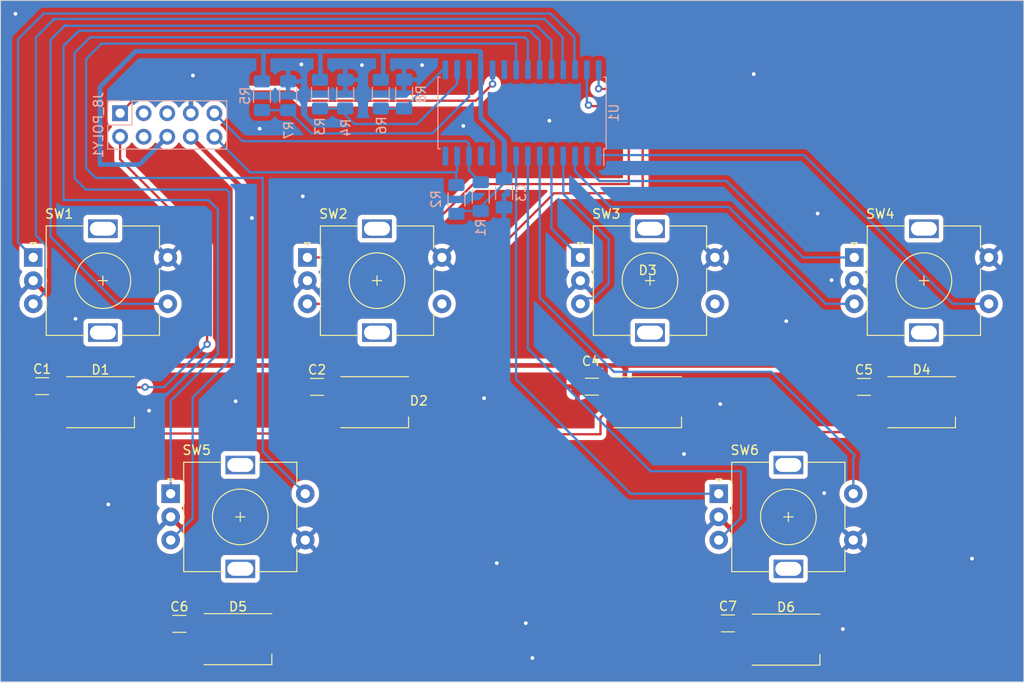
<source format=kicad_pcb>
(kicad_pcb (version 20221018) (generator pcbnew)
  (layers (0 "F.Cu" signal) (31 "B.Cu" signal) (34 "B.Paste" user) (35 "F.Paste" user) (36 "B.SilkS" user "B.Silkscreen") (37 "F.SilkS" user "F.Silkscreen") (38 "B.Mask" user) (39 "F.Mask" user) (44 "Edge.Cuts" user))
  (net 0 "")
  (net 1 "GND")
  (net 2 "LED_POWER")
  (net 3 "VCC")
  (net 4 "LED_DATA_IN")
  (net 5 "Net-(D1-DOUT)")
  (net 6 "Net-(D2-DOUT)")
  (net 7 "Net-(D3-DOUT)")
  (net 8 "Net-(D4-DOUT)")
  (net 9 "Net-(D5-DOUT)")
  (net 11 "MCP23017_IRQ")
  (net 15 "SCK")
  (net 16 "SDA")
  (net 17 "Net-(U1-A1)")
  (net 18 "Net-(U1-A2)")
  (net 19 "Net-(U1-A0)")
  (net 20 "R1_A")
  (net 21 "R1_B")
  (net 22 "SW_1")
  (net 23 "R2_A")
  (net 24 "R2_B")
  (net 25 "R3_A")
  (net 26 "R3_B")
  (net 27 "R4_A")
  (net 28 "R4_B")
  (net 29 "SW_4")
  (net 30 "R5_A")
  (net 31 "R5_B")
  (net 32 "R6_A")
  (net 33 "R6_B")
  (net 39 "SW_5")
  (net 40 "SW_6")
  (footprint "LED_SMD:LED_SK6812_PLCC4_5.0x5.0mm_P3.2mm" (layer "F.Cu") (at 100.0506 79.883)
    (fp_text reference "D1" (at 0 -3.5) (layer "F.SilkS"))
    (fp_text value "SK6812")
    (pad "1" smd rect (at 2.45 1.6) (size 1.5 1) (layers "F.Cu" "F.Paste" "F.Mask") (net 1 "GND"))
    (pad "2" smd rect (at 2.45 -1.6) (size 1.5 1) (layers "F.Cu" "F.Paste" "F.Mask") (net 4 "LED_DATA_IN"))
    (pad "3" smd rect (at -2.45 -1.6) (size 1.5 1) (layers "F.Cu" "F.Paste" "F.Mask") (net 2 "LED_POWER"))
    (pad "4" smd rect (at -2.45 1.6) (size 1.5 1) (layers "F.Cu" "F.Paste" "F.Mask") (net 5 "Net-(D1-DOUT)"))
  )
  (footprint "Capacitor_SMD:C_1206_3216Metric_Pad1.33x1.80mm_HandSolder" (layer "F.Cu") (at 108.5465 103.7844)
    (fp_text reference "C6" (at 0 -1.85) (layer "F.SilkS"))
    (fp_text value "100n")
    (pad "1" smd roundrect (at -1.5625 0) (size 1.325 1.8) (layers "F.Cu" "F.Paste" "F.Mask") (roundrect_rratio 0.1886792453) (net 1 "GND"))
    (pad "2" smd roundrect (at 1.5625 0) (size 1.325 1.8) (layers "F.Cu" "F.Paste" "F.Mask") (roundrect_rratio 0.1886792453) (net 2 "LED_POWER"))
  )
  (footprint "LED_SMD:LED_SK6812_PLCC4_5.0x5.0mm_P3.2mm" (layer "F.Cu") (at 114.8588 105.4354)
    (fp_text reference "D5" (at 0 -3.5) (layer "F.SilkS"))
    (fp_text value "SK6812")
    (pad "1" smd rect (at 2.45 1.6) (size 1.5 1) (layers "F.Cu" "F.Paste" "F.Mask") (net 1 "GND"))
    (pad "2" smd rect (at 2.45 -1.6) (size 1.5 1) (layers "F.Cu" "F.Paste" "F.Mask") (net 8 "Net-(D4-DOUT)"))
    (pad "3" smd rect (at -2.45 -1.6) (size 1.5 1) (layers "F.Cu" "F.Paste" "F.Mask") (net 2 "LED_POWER"))
    (pad "4" smd rect (at -2.45 1.6) (size 1.5 1) (layers "F.Cu" "F.Paste" "F.Mask") (net 9 "Net-(D5-DOUT)"))
  )
  (footprint "Rotary_Encoder:RotaryEncoder_Alps_EC11E-Switch_Vertical_H20mm" (layer "F.Cu") (at 166.6638 89.7528)
    (fp_text reference "SW6" (at 2.8 -4.7) (layer "F.SilkS"))
    (fp_text value "RotaryEncoder_Switch")
    (pad "A" thru_hole rect (at 0 0) (size 2 2) (drill 1) (layers "*.Cu" "*.Mask") (net 32 "R6_A"))
    (pad "B" thru_hole circle (at 0 5) (size 2 2) (drill 1) (layers "*.Cu" "*.Mask") (net 33 "R6_B"))
    (pad "C" thru_hole circle (at 0 2.5) (size 2 2) (drill 1) (layers "*.Cu" "*.Mask") (net 1 "GND"))
    (pad "MP" thru_hole rect (at 7.5 -3.1) (size 3.2 2) (drill oval 2.8 1.5) (layers "*.Cu" "*.Mask"))
    (pad "MP" thru_hole rect (at 7.5 8.1) (size 3.2 2) (drill oval 2.8 1.5) (layers "*.Cu" "*.Mask"))
    (pad "S1" thru_hole circle (at 14.5 5) (size 2 2) (drill 1) (layers "*.Cu" "*.Mask") (net 1 "GND"))
    (pad "S2" thru_hole circle (at 14.5 0) (size 2 2) (drill 1) (layers "*.Cu" "*.Mask") (net 40 "SW_6"))
  )
  (footprint "LED_SMD:LED_SK6812_PLCC4_5.0x5.0mm_P3.2mm" (layer "F.Cu") (at 129.5908 79.883)
    (fp_text reference "D2" (at 4.7498 -0.1524) (layer "F.SilkS"))
    (fp_text value "SK6812")
    (pad "1" smd rect (at 2.45 1.6) (size 1.5 1) (layers "F.Cu" "F.Paste" "F.Mask") (net 1 "GND"))
    (pad "2" smd rect (at 2.45 -1.6) (size 1.5 1) (layers "F.Cu" "F.Paste" "F.Mask") (net 5 "Net-(D1-DOUT)"))
    (pad "3" smd rect (at -2.45 -1.6) (size 1.5 1) (layers "F.Cu" "F.Paste" "F.Mask") (net 2 "LED_POWER"))
    (pad "4" smd rect (at -2.45 1.6) (size 1.5 1) (layers "F.Cu" "F.Paste" "F.Mask") (net 6 "Net-(D2-DOUT)"))
  )
  (footprint "Rotary_Encoder:RotaryEncoder_Alps_EC11E-Switch_Vertical_H20mm" (layer "F.Cu") (at 122.3408 64.2766)
    (fp_text reference "SW2" (at 2.8 -4.7) (layer "F.SilkS"))
    (fp_text value "RotaryEncoder_Switch")
    (pad "A" thru_hole rect (at 0 0) (size 2 2) (drill 1) (layers "*.Cu" "*.Mask") (net 23 "R2_A"))
    (pad "B" thru_hole circle (at 0 5) (size 2 2) (drill 1) (layers "*.Cu" "*.Mask") (net 24 "R2_B"))
    (pad "C" thru_hole circle (at 0 2.5) (size 2 2) (drill 1) (layers "*.Cu" "*.Mask") (net 1 "GND"))
    (pad "MP" thru_hole rect (at 7.5 -3.1) (size 3.2 2) (drill oval 2.8 1.5) (layers "*.Cu" "*.Mask"))
    (pad "MP" thru_hole rect (at 7.5 8.1) (size 3.2 2) (drill oval 2.8 1.5) (layers "*.Cu" "*.Mask"))
    (pad "S1" thru_hole circle (at 14.5 5) (size 2 2) (drill 1) (layers "*.Cu" "*.Mask"))
    (pad "S2" thru_hole circle (at 14.5 0) (size 2 2) (drill 1) (layers "*.Cu" "*.Mask") (net 1 "GND"))
  )
  (footprint "LED_SMD:LED_SK6812_PLCC4_5.0x5.0mm_P3.2mm" (layer "F.Cu") (at 159.004 79.883)
    (fp_text reference "D3" (at 0 -14.224) (layer "F.SilkS"))
    (fp_text value "SK6812")
    (pad "1" smd rect (at 2.45 1.6) (size 1.5 1) (layers "F.Cu" "F.Paste" "F.Mask") (net 1 "GND"))
    (pad "2" smd rect (at 2.45 -1.6) (size 1.5 1) (layers "F.Cu" "F.Paste" "F.Mask") (net 6 "Net-(D2-DOUT)"))
    (pad "3" smd rect (at -2.45 -1.6) (size 1.5 1) (layers "F.Cu" "F.Paste" "F.Mask") (net 2 "LED_POWER"))
    (pad "4" smd rect (at -2.45 1.6) (size 1.5 1) (layers "F.Cu" "F.Paste" "F.Mask") (net 7 "Net-(D3-DOUT)"))
  )
  (footprint "Rotary_Encoder:RotaryEncoder_Alps_EC11E-Switch_Vertical_H20mm" (layer "F.Cu") (at 107.6088 89.7528)
    (fp_text reference "SW5" (at 2.8 -4.7) (layer "F.SilkS"))
    (fp_text value "RotaryEncoder_Switch")
    (pad "A" thru_hole rect (at 0 0) (size 2 2) (drill 1) (layers "*.Cu" "*.Mask") (net 30 "R5_A"))
    (pad "B" thru_hole circle (at 0 5) (size 2 2) (drill 1) (layers "*.Cu" "*.Mask") (net 31 "R5_B"))
    (pad "C" thru_hole circle (at 0 2.5) (size 2 2) (drill 1) (layers "*.Cu" "*.Mask") (net 1 "GND"))
    (pad "MP" thru_hole rect (at 7.5 -3.1) (size 3.2 2) (drill oval 2.8 1.5) (layers "*.Cu" "*.Mask"))
    (pad "MP" thru_hole rect (at 7.5 8.1) (size 3.2 2) (drill oval 2.8 1.5) (layers "*.Cu" "*.Mask"))
    (pad "S1" thru_hole circle (at 14.5 5) (size 2 2) (drill 1) (layers "*.Cu" "*.Mask") (net 1 "GND"))
    (pad "S2" thru_hole circle (at 14.5 0) (size 2 2) (drill 1) (layers "*.Cu" "*.Mask") (net 39 "SW_5"))
  )
  (footprint "Capacitor_SMD:C_1206_3216Metric_Pad1.33x1.80mm_HandSolder" (layer "F.Cu") (at 182.3081 78.232)
    (fp_text reference "C5" (at 0 -1.85) (layer "F.SilkS"))
    (fp_text value "100n")
    (pad "1" smd roundrect (at -1.5625 0) (size 1.325 1.8) (layers "F.Cu" "F.Paste" "F.Mask") (roundrect_rratio 0.1886792453) (net 1 "GND"))
    (pad "2" smd roundrect (at 1.5625 0) (size 1.325 1.8) (layers "F.Cu" "F.Paste" "F.Mask") (roundrect_rratio 0.1886792453) (net 2 "LED_POWER"))
  )
  (footprint "Capacitor_SMD:C_1206_3216Metric_Pad1.33x1.80mm_HandSolder" (layer "F.Cu") (at 167.6523 103.7336)
    (fp_text reference "C7" (at 0 -1.85) (layer "F.SilkS"))
    (fp_text value "100n")
    (pad "1" smd roundrect (at -1.5625 0) (size 1.325 1.8) (layers "F.Cu" "F.Paste" "F.Mask") (roundrect_rratio 0.1886792453) (net 1 "GND"))
    (pad "2" smd roundrect (at 1.5625 0) (size 1.325 1.8) (layers "F.Cu" "F.Paste" "F.Mask") (roundrect_rratio 0.1886792453) (net 2 "LED_POWER"))
  )
  (footprint "Rotary_Encoder:RotaryEncoder_Alps_EC11E-Switch_Vertical_H20mm" (layer "F.Cu") (at 151.754 64.2766)
    (fp_text reference "SW3" (at 2.8 -4.7) (layer "F.SilkS"))
    (fp_text value "RotaryEncoder_Switch")
    (pad "A" thru_hole rect (at 0 0) (size 2 2) (drill 1) (layers "*.Cu" "*.Mask") (net 25 "R3_A"))
    (pad "B" thru_hole circle (at 0 5) (size 2 2) (drill 1) (layers "*.Cu" "*.Mask") (net 26 "R3_B"))
    (pad "C" thru_hole circle (at 0 2.5) (size 2 2) (drill 1) (layers "*.Cu" "*.Mask") (net 1 "GND"))
    (pad "MP" thru_hole rect (at 7.5 -3.1) (size 3.2 2) (drill oval 2.8 1.5) (layers "*.Cu" "*.Mask"))
    (pad "MP" thru_hole rect (at 7.5 8.1) (size 3.2 2) (drill oval 2.8 1.5) (layers "*.Cu" "*.Mask"))
    (pad "S1" thru_hole circle (at 14.5 5) (size 2 2) (drill 1) (layers "*.Cu" "*.Mask"))
    (pad "S2" thru_hole circle (at 14.5 0) (size 2 2) (drill 1) (layers "*.Cu" "*.Mask") (net 1 "GND"))
  )
  (footprint "Capacitor_SMD:C_1206_3216Metric_Pad1.33x1.80mm_HandSolder" (layer "F.Cu") (at 123.3801 78.232)
    (fp_text reference "C2" (at 0 -1.85) (layer "F.SilkS"))
    (fp_text value "100n")
    (pad "1" smd roundrect (at -1.5625 0) (size 1.325 1.8) (layers "F.Cu" "F.Paste" "F.Mask") (roundrect_rratio 0.1886792453) (net 1 "GND"))
    (pad "2" smd roundrect (at 1.5625 0) (size 1.325 1.8) (layers "F.Cu" "F.Paste" "F.Mask") (roundrect_rratio 0.1886792453) (net 2 "LED_POWER"))
  )
  (footprint "Rotary_Encoder:RotaryEncoder_Alps_EC11E-Switch_Vertical_H20mm" (layer "F.Cu") (at 181.2688 64.2766)
    (fp_text reference "SW4" (at 2.8 -4.7) (layer "F.SilkS"))
    (fp_text value "RotaryEncoder_Switch")
    (pad "A" thru_hole rect (at 0 0) (size 2 2) (drill 1) (layers "*.Cu" "*.Mask") (net 27 "R4_A"))
    (pad "B" thru_hole circle (at 0 5) (size 2 2) (drill 1) (layers "*.Cu" "*.Mask") (net 28 "R4_B"))
    (pad "C" thru_hole circle (at 0 2.5) (size 2 2) (drill 1) (layers "*.Cu" "*.Mask") (net 1 "GND"))
    (pad "MP" thru_hole rect (at 7.5 -3.1) (size 3.2 2) (drill oval 2.8 1.5) (layers "*.Cu" "*.Mask"))
    (pad "MP" thru_hole rect (at 7.5 8.1) (size 3.2 2) (drill oval 2.8 1.5) (layers "*.Cu" "*.Mask"))
    (pad "S1" thru_hole circle (at 14.5 5) (size 2 2) (drill 1) (layers "*.Cu" "*.Mask") (net 29 "SW_4"))
    (pad "S2" thru_hole circle (at 14.5 0) (size 2 2) (drill 1) (layers "*.Cu" "*.Mask") (net 1 "GND"))
  )
  (footprint "Capacitor_SMD:C_1206_3216Metric_Pad1.33x1.80mm_HandSolder" (layer "F.Cu") (at 152.9965 78.2066)
    (fp_text reference "C4" (at -0.1016 -2.7432) (layer "F.SilkS"))
    (fp_text value "100n")
    (pad "1" smd roundrect (at -1.5625 0) (size 1.325 1.8) (layers "F.Cu" "F.Paste" "F.Mask") (roundrect_rratio 0.1886792453) (net 1 "GND"))
    (pad "2" smd roundrect (at 1.5625 0) (size 1.325 1.8) (layers "F.Cu" "F.Paste" "F.Mask") (roundrect_rratio 0.1886792453) (net 2 "LED_POWER"))
  )
  (footprint "Rotary_Encoder:RotaryEncoder_Alps_EC11E-Switch_Vertical_H20mm" (layer "F.Cu") (at 92.8006 64.2766)
    (fp_text reference "SW1" (at 2.8 -4.7) (layer "F.SilkS"))
    (fp_text value "RotaryEncoder_Switch")
    (pad "A" thru_hole rect (at 0 0) (size 2 2) (drill 1) (layers "*.Cu" "*.Mask") (net 20 "R1_A"))
    (pad "B" thru_hole circle (at 0 5) (size 2 2) (drill 1) (layers "*.Cu" "*.Mask") (net 21 "R1_B"))
    (pad "C" thru_hole circle (at 0 2.5) (size 2 2) (drill 1) (layers "*.Cu" "*.Mask") (net 1 "GND"))
    (pad "MP" thru_hole rect (at 7.5 -3.1) (size 3.2 2) (drill oval 2.8 1.5) (layers "*.Cu" "*.Mask"))
    (pad "MP" thru_hole rect (at 7.5 8.1) (size 3.2 2) (drill oval 2.8 1.5) (layers "*.Cu" "*.Mask"))
    (pad "S1" thru_hole circle (at 14.5 5) (size 2 2) (drill 1) (layers "*.Cu" "*.Mask") (net 22 "SW_1"))
    (pad "S2" thru_hole circle (at 14.5 0) (size 2 2) (drill 1) (layers "*.Cu" "*.Mask") (net 1 "GND"))
  )
  (footprint "LED_SMD:LED_SK6812_PLCC4_5.0x5.0mm_P3.2mm" (layer "F.Cu") (at 188.5188 79.883)
    (fp_text reference "D4" (at 0 -3.5) (layer "F.SilkS"))
    (fp_text value "SK6812")
    (pad "1" smd rect (at 2.45 1.6) (size 1.5 1) (layers "F.Cu" "F.Paste" "F.Mask") (net 1 "GND"))
    (pad "2" smd rect (at 2.45 -1.6) (size 1.5 1) (layers "F.Cu" "F.Paste" "F.Mask") (net 7 "Net-(D3-DOUT)"))
    (pad "3" smd rect (at -2.45 -1.6) (size 1.5 1) (layers "F.Cu" "F.Paste" "F.Mask") (net 2 "LED_POWER"))
    (pad "4" smd rect (at -2.45 1.6) (size 1.5 1) (layers "F.Cu" "F.Paste" "F.Mask") (net 8 "Net-(D4-DOUT)"))
  )
  (footprint "Capacitor_SMD:C_1206_3216Metric_Pad1.33x1.80mm_HandSolder" (layer "F.Cu") (at 93.7637 78.1558)
    (fp_text reference "C1" (at 0 -1.85) (layer "F.SilkS"))
    (fp_text value "100n")
    (pad "1" smd roundrect (at -1.5625 0) (size 1.325 1.8) (layers "F.Cu" "F.Paste" "F.Mask") (roundrect_rratio 0.1886792453) (net 1 "GND"))
    (pad "2" smd roundrect (at 1.5625 0) (size 1.325 1.8) (layers "F.Cu" "F.Paste" "F.Mask") (roundrect_rratio 0.1886792453) (net 2 "LED_POWER"))
  )
  (footprint "LED_SMD:LED_SK6812_PLCC4_5.0x5.0mm_P3.2mm" (layer "F.Cu") (at 173.9138 105.4864)
    (fp_text reference "D6" (at 0 -3.5) (layer "F.SilkS"))
    (fp_text value "SK6812")
    (pad "1" smd rect (at 2.45 1.6) (size 1.5 1) (layers "F.Cu" "F.Paste" "F.Mask") (net 1 "GND"))
    (pad "2" smd rect (at 2.45 -1.6) (size 1.5 1) (layers "F.Cu" "F.Paste" "F.Mask") (net 9 "Net-(D5-DOUT)"))
    (pad "3" smd rect (at -2.45 -1.6) (size 1.5 1) (layers "F.Cu" "F.Paste" "F.Mask") (net 2 "LED_POWER"))
    (pad "4" smd rect (at -2.45 1.6) (size 1.5 1) (layers "F.Cu" "F.Paste" "F.Mask"))
  )
  (footprint "Capacitor_SMD:C_1206_3216Metric_Pad1.33x1.80mm_HandSolder" (layer "B.Cu") (at 143.5354 57.3155 90)
    (fp_text reference "C3" (at 0 1.85 90) (layer "B.SilkS") (effects (justify mirror)))
    (fp_text value "C")
    (pad "1" smd roundrect (at -1.5625 0 90) (size 1.325 1.8) (layers "B.Cu" "B.Paste" "B.Mask") (roundrect_rratio 0.1886792453) (net 1 "GND"))
    (pad "2" smd roundrect (at 1.5625 0 90) (size 1.325 1.8) (layers "B.Cu" "B.Paste" "B.Mask") (roundrect_rratio 0.1886792453) (net 3 "VCC"))
  )
  (footprint "Connector_PinHeader_2.54mm:PinHeader_2x05_P2.54mm_Vertical" (layer "B.Cu") (at 102.1588 48.7172 -90)
    (fp_text reference "J8_POLY1" (at 1.27 2.33 90) (layer "B.SilkS") (effects (justify mirror)))
    (fp_text value "Conn_Env")
    (pad "1" thru_hole rect (at 0 0 270) (size 1.7 1.7) (drill 1) (layers "*.Cu" "*.Mask") (net 11 "MCP23017_IRQ"))
    (pad "2" thru_hole oval (at 2.54 0 270) (size 1.7 1.7) (drill 1) (layers "*.Cu" "*.Mask") (net 4 "LED_DATA_IN"))
    (pad "3" thru_hole oval (at 0 -2.54 270) (size 1.7 1.7) (drill 1) (layers "*.Cu" "*.Mask"))
    (pad "4" thru_hole oval (at 2.54 -2.54 270) (size 1.7 1.7) (drill 1) (layers "*.Cu" "*.Mask"))
    (pad "5" thru_hole oval (at 0 -5.08 270) (size 1.7 1.7) (drill 1) (layers "*.Cu" "*.Mask"))
    (pad "6" thru_hole oval (at 2.54 -5.08 270) (size 1.7 1.7) (drill 1) (layers "*.Cu" "*.Mask") (net 3 "VCC"))
    (pad "7" thru_hole oval (at 0 -7.62 270) (size 1.7 1.7) (drill 1) (layers "*.Cu" "*.Mask") (net 1 "GND"))
    (pad "8" thru_hole oval (at 2.54 -7.62 270) (size 1.7 1.7) (drill 1) (layers "*.Cu" "*.Mask") (net 2 "LED_POWER"))
    (pad "9" thru_hole oval (at 0 -10.16 270) (size 1.7 1.7) (drill 1) (layers "*.Cu" "*.Mask") (net 15 "SCK"))
    (pad "10" thru_hole oval (at 2.54 -10.16 270) (size 1.7 1.7) (drill 1) (layers "*.Cu" "*.Mask") (net 16 "SDA"))
  )
  (footprint "Resistor_SMD:R_1206_3216Metric_Pad1.30x1.75mm_HandSolder" (layer "B.Cu") (at 120.269 46.8382 90)
    (fp_text reference "R7" (at -3.7078 0.0762 90) (layer "B.SilkS") (effects (justify mirror)))
    (fp_text value "0")
    (pad "1" smd roundrect (at -1.55 0 90) (size 1.3 1.75) (layers "B.Cu" "B.Paste" "B.Mask") (roundrect_rratio 0.1923076923) (net 18 "Net-(U1-A2)"))
    (pad "2" smd roundrect (at 1.55 0 90) (size 1.3 1.75) (layers "B.Cu" "B.Paste" "B.Mask") (roundrect_rratio 0.1923076923) (net 1 "GND"))
  )
  (footprint "Resistor_SMD:R_1206_3216Metric_Pad1.30x1.75mm_HandSolder" (layer "B.Cu") (at 126.4158 46.6604 90)
    (fp_text reference "R4" (at -3.6316 0.0762 90) (layer "B.SilkS") (effects (justify mirror)))
    (fp_text value "0")
    (pad "1" smd roundrect (at -1.55 0 90) (size 1.3 1.75) (layers "B.Cu" "B.Paste" "B.Mask") (roundrect_rratio 0.1923076923) (net 17 "Net-(U1-A1)"))
    (pad "2" smd roundrect (at 1.55 0 90) (size 1.3 1.75) (layers "B.Cu" "B.Paste" "B.Mask") (roundrect_rratio 0.1923076923) (net 1 "GND"))
  )
  (footprint "Resistor_SMD:R_1206_3216Metric_Pad1.30x1.75mm_HandSolder" (layer "B.Cu") (at 138.4046 58.0142 90)
    (fp_text reference "R1" (at -3.0474 2.6162 90) (layer "B.SilkS") (effects (justify mirror)))
    (fp_text value "4K7")
    (pad "1" smd roundrect (at -1.55 0 90) (size 1.3 1.75) (layers "B.Cu" "B.Paste" "B.Mask") (roundrect_rratio 0.1923076923) (net 3 "VCC"))
    (pad "2" smd roundrect (at 1.55 0 90) (size 1.3 1.75) (layers "B.Cu" "B.Paste" "B.Mask") (roundrect_rratio 0.1923076923) (net 16 "SDA"))
  )
  (footprint "Resistor_SMD:R_1206_3216Metric_Pad1.30x1.75mm_HandSolder" (layer "B.Cu") (at 132.7658 46.6604 90)
    (fp_text reference "R8" (at 0 1.82 90) (layer "B.SilkS") (effects (justify mirror)))
    (fp_text value "0")
    (pad "1" smd roundrect (at -1.55 0 90) (size 1.3 1.75) (layers "B.Cu" "B.Paste" "B.Mask") (roundrect_rratio 0.1923076923) (net 19 "Net-(U1-A0)"))
    (pad "2" smd roundrect (at 1.55 0 90) (size 1.3 1.75) (layers "B.Cu" "B.Paste" "B.Mask") (roundrect_rratio 0.1923076923) (net 1 "GND"))
  )
  (footprint "Resistor_SMD:R_1206_3216Metric_Pad1.30x1.75mm_HandSolder" (layer "B.Cu") (at 117.4502 46.8382 -90)
    (fp_text reference "R5" (at 0 1.82 90) (layer "B.SilkS") (effects (justify mirror)))
    (fp_text value "0")
    (pad "1" smd roundrect (at -1.55 0 270) (size 1.3 1.75) (layers "B.Cu" "B.Paste" "B.Mask") (roundrect_rratio 0.1923076923) (net 3 "VCC"))
    (pad "2" smd roundrect (at 1.55 0 270) (size 1.3 1.75) (layers "B.Cu" "B.Paste" "B.Mask") (roundrect_rratio 0.1923076923) (net 18 "Net-(U1-A2)"))
  )
  (footprint "Package_SO:SOIC-28W_7.5x17.9mm_P1.27mm" (layer "B.Cu") (at 145.4658 48.6918 90)
    (fp_text reference "U1" (at 0 9.9 90) (layer "B.SilkS") (effects (justify mirror)))
    (fp_text value "MCP23017_SO")
    (pad "1" smd roundrect (at -4.65 8.255 90) (size 2.05 0.6) (layers "B.Cu" "B.Paste" "B.Mask") (net 29 "SW_4"))
    (pad "2" smd roundrect (at -4.65 6.985 90) (size 2.05 0.6) (layers "B.Cu" "B.Paste" "B.Mask") (net 27 "R4_A"))
    (pad "3" smd roundrect (at -4.65 5.715 90) (size 2.05 0.6) (layers "B.Cu" "B.Paste" "B.Mask") (net 28 "R4_B"))
    (pad "4" smd roundrect (at -4.65 4.445 90) (size 2.05 0.6) (layers "B.Cu" "B.Paste" "B.Mask") (net 26 "R3_B"))
    (pad "5" smd roundrect (at -4.65 3.175 90) (size 2.05 0.6) (layers "B.Cu" "B.Paste" "B.Mask") (net 25 "R3_A"))
    (pad "6" smd roundrect (at -4.65 1.905 90) (size 2.05 0.6) (layers "B.Cu" "B.Paste" "B.Mask") (net 40 "SW_6"))
    (pad "7" smd roundrect (at -4.65 0.635 90) (size 2.05 0.6) (layers "B.Cu" "B.Paste" "B.Mask") (net 33 "R6_B"))
    (pad "8" smd roundrect (at -4.65 -0.635 90) (size 2.05 0.6) (layers "B.Cu" "B.Paste" "B.Mask") (net 32 "R6_A"))
    (pad "9" smd roundrect (at -4.65 -1.905 90) (size 2.05 0.6) (layers "B.Cu" "B.Paste" "B.Mask") (net 3 "VCC"))
    (pad "10" smd roundrect (at -4.65 -3.175 90) (size 2.05 0.6) (layers "B.Cu" "B.Paste" "B.Mask") (net 1 "GND"))
    (pad "11" smd roundrect (at -4.65 -4.445 90) (size 2.05 0.6) (layers "B.Cu" "B.Paste" "B.Mask"))
    (pad "12" smd roundrect (at -4.65 -5.715 90) (size 2.05 0.6) (layers "B.Cu" "B.Paste" "B.Mask") (net 15 "SCK"))
    (pad "13" smd roundrect (at -4.65 -6.985 90) (size 2.05 0.6) (layers "B.Cu" "B.Paste" "B.Mask") (net 16 "SDA"))
    (pad "14" smd roundrect (at -4.65 -8.255 90) (size 2.05 0.6) (layers "B.Cu" "B.Paste" "B.Mask"))
    (pad "15" smd roundrect (at 4.65 -8.255 90) (size 2.05 0.6) (layers "B.Cu" "B.Paste" "B.Mask") (net 19 "Net-(U1-A0)"))
    (pad "16" smd roundrect (at 4.65 -6.985 90) (size 2.05 0.6) (layers "B.Cu" "B.Paste" "B.Mask") (net 17 "Net-(U1-A1)"))
    (pad "17" smd roundrect (at 4.65 -5.715 90) (size 2.05 0.6) (layers "B.Cu" "B.Paste" "B.Mask") (net 18 "Net-(U1-A2)"))
    (pad "18" smd roundrect (at 4.65 -4.445 90) (size 2.05 0.6) (layers "B.Cu" "B.Paste" "B.Mask") (net 3 "VCC"))
    (pad "19" smd roundrect (at 4.65 -3.175 90) (size 2.05 0.6) (layers "B.Cu" "B.Paste" "B.Mask") (net 11 "MCP23017_IRQ"))
    (pad "20" smd roundrect (at 4.65 -1.905 90) (size 2.05 0.6) (layers "B.Cu" "B.Paste" "B.Mask"))
    (pad "21" smd roundrect (at 4.65 -0.635 90) (size 2.05 0.6) (layers "B.Cu" "B.Paste" "B.Mask") (net 39 "SW_5"))
    (pad "22" smd roundrect (at 4.65 0.635 90) (size 2.05 0.6) (layers "B.Cu" "B.Paste" "B.Mask") (net 31 "R5_B"))
    (pad "23" smd roundrect (at 4.65 1.905 90) (size 2.05 0.6) (layers "B.Cu" "B.Paste" "B.Mask") (net 30 "R5_A"))
    (pad "24" smd roundrect (at 4.65 3.175 90) (size 2.05 0.6) (layers "B.Cu" "B.Paste" "B.Mask") (net 22 "SW_1"))
    (pad "25" smd roundrect (at 4.65 4.445 90) (size 2.05 0.6) (layers "B.Cu" "B.Paste" "B.Mask") (net 21 "R1_B"))
    (pad "26" smd roundrect (at 4.65 5.715 90) (size 2.05 0.6) (layers "B.Cu" "B.Paste" "B.Mask") (net 20 "R1_A"))
    (pad "27" smd roundrect (at 4.65 6.985 90) (size 2.05 0.6) (layers "B.Cu" "B.Paste" "B.Mask") (net 23 "R2_A"))
    (pad "28" smd roundrect (at 4.65 8.255 90) (size 2.05 0.6) (layers "B.Cu" "B.Paste" "B.Mask") (net 24 "R2_B"))
  )
  (footprint "Resistor_SMD:R_1206_3216Metric_Pad1.30x1.75mm_HandSolder" (layer "B.Cu") (at 141.0208 57.7094 -90)
    (fp_text reference "R2" (at 0.2788 4.826 90) (layer "B.SilkS") (effects (justify mirror)))
    (fp_text value "4K7")
    (pad "1" smd roundrect (at -1.55 0 270) (size 1.3 1.75) (layers "B.Cu" "B.Paste" "B.Mask") (roundrect_rratio 0.1923076923) (net 15 "SCK"))
    (pad "2" smd roundrect (at 1.55 0 270) (size 1.3 1.75) (layers "B.Cu" "B.Paste" "B.Mask") (roundrect_rratio 0.1923076923) (net 3 "VCC"))
  )
  (footprint "Resistor_SMD:R_1206_3216Metric_Pad1.30x1.75mm_HandSolder" (layer "B.Cu") (at 130.2512 46.6604 -90)
    (fp_text reference "R6" (at 3.3776 -0.0762 90) (layer "B.SilkS") (effects (justify mirror)))
    (fp_text value "0")
    (pad "1" smd roundrect (at -1.55 0 270) (size 1.3 1.75) (layers "B.Cu" "B.Paste" "B.Mask") (roundrect_rratio 0.1923076923) (net 3 "VCC"))
    (pad "2" smd roundrect (at 1.55 0 270) (size 1.3 1.75) (layers "B.Cu" "B.Paste" "B.Mask") (roundrect_rratio 0.1923076923) (net 19 "Net-(U1-A0)"))
  )
  (footprint "Resistor_SMD:R_1206_3216Metric_Pad1.30x1.75mm_HandSolder" (layer "B.Cu") (at 123.6974 46.6604 -90)
    (fp_text reference "R3" (at 3.4792 -0.0006 90) (layer "B.SilkS") (effects (justify mirror)))
    (fp_text value "0")
    (pad "1" smd roundrect (at -1.55 0 270) (size 1.3 1.75) (layers "B.Cu" "B.Paste" "B.Mask") (roundrect_rratio 0.1923076923) (net 3 "VCC"))
    (pad "2" smd roundrect (at 1.55 0 270) (size 1.3 1.75) (layers "B.Cu" "B.Paste" "B.Mask") (roundrect_rratio 0.1923076923) (net 17 "Net-(U1-A1)"))
  )
  (gr_rect (start 89.2683 36.5633) (end 199.5297 110.0582) (stroke (width 0.1)) (fill none) (layer "Edge.Cuts"))
  (via (at 146.5834 107.4674) (size 0.8) (drill 0.4) (layers "F.Cu" "B.Cu") (net 1))
  (via (at 170.434 44.5008) (size 0.8) (drill 0.4) (layers "F.Cu" "B.Cu") (net 1))
  (via (at 128.2192 43.5356) (size 0.8) (drill 0.4) (layers "F.Cu" "B.Cu") (net 1))
  (via (at 121.8438 57.6834) (size 0.8) (drill 0.4) (layers "F.Cu" "B.Cu") (net 1))
  (via (at 139.1412 50.0888) (size 0.8) (drill 0.4) (layers "F.Cu" "B.Cu") (net 1))
  (via (at 166.8272 80.0862) (size 0.8) (drill 0.4) (layers "F.Cu" "B.Cu") (net 1))
  (via (at 145.8722 103.7082) (size 0.8) (drill 0.4) (layers "F.Cu" "B.Cu") (net 1))
  (via (at 141.3764 79.4512) (size 0.8) (drill 0.4) (layers "F.Cu" "B.Cu") (net 1))
  (via (at 134.6962 43.5356) (size 0.8) (drill 0.4) (layers "F.Cu" "B.Cu") (net 1))
  (via (at 114.6048 79.7814) (size 0.8) (drill 0.4) (layers "F.Cu" "B.Cu") (net 1))
  (via (at 178.0286 89.6874) (size 0.8) (drill 0.4) (layers "F.Cu" "B.Cu") (net 1))
  (via (at 148.4122 49.53) (size 0.8) (drill 0.4) (layers "F.Cu" "B.Cu") (net 1))
  (via (at 162.9156 85.471) (size 0.8) (drill 0.4) (layers "F.Cu" "B.Cu") (net 1))
  (via (at 121.6914 43.4594) (size 0.8) (drill 0.4) (layers "F.Cu" "B.Cu") (net 1))
  (via (at 178.816 66.7258) (size 0.8) (drill 0.4) (layers "F.Cu" "B.Cu") (net 1))
  (via (at 97.3582 70.8914) (size 0.8) (drill 0.4) (layers "F.Cu" "B.Cu") (net 1))
  (via (at 90.8812 37.9984) (size 0.8) (drill 0.4) (layers "F.Cu" "B.Cu") (net 1))
  (via (at 116.3574 60.0202) (size 0.8) (drill 0.4) (layers "F.Cu" "B.Cu") (net 1))
  (via (at 142.748 97.2312) (size 0.8) (drill 0.4) (layers "F.Cu" "B.Cu") (net 1))
  (via (at 117.1956 50.3936) (size 0.8) (drill 0.4) (layers "F.Cu" "B.Cu") (net 1))
  (via (at 173.9392 71.1454) (size 0.8) (drill 0.4) (layers "F.Cu" "B.Cu") (net 1))
  (via (at 110.0074 44.6532) (size 0.8) (drill 0.4) (layers "F.Cu" "B.Cu") (net 1))
  (via (at 177.3174 59.5376) (size 0.8) (drill 0.4) (layers "F.Cu" "B.Cu") (net 1))
  (via (at 193.9544 96.7486) (size 0.8) (drill 0.4) (layers "F.Cu" "B.Cu") (net 1))
  (via (at 105.283 80.7974) (size 0.8) (drill 0.4) (layers "F.Cu" "B.Cu") (net 1))
  (via (at 100.8888 90.9066) (size 0.8) (drill 0.4) (layers "F.Cu" "B.Cu") (net 1))
  (via (at 180.0352 104.3432) (size 0.8) (drill 0.4) (layers "F.Cu" "B.Cu") (net 1))
  (segment (start 126.0348 75.9206) (end 154.4574 75.9206) (width 0.5) (layer "F.Cu") (net 2))
  (segment (start 112.4712 101.7778) (end 112.4088 101.8402) (width 0.5) (layer "F.Cu") (net 2))
  (segment (start 110.1852 103.7082) (end 110.109 103.7844) (width 0.5) (layer "F.Cu") (net 2))
  (segment (start 183.9214 75.9206) (end 185.7502 75.9206) (width 0.5) (layer "F.Cu") (net 2))
  (segment (start 156.2354 75.9206) (end 183.9214 75.9206) (width 0.5) (layer "F.Cu") (net 2))
  (segment (start 95.4534 78.283) (end 95.3262 78.1558) (width 0.5) (layer "F.Cu") (net 2))
  (segment (start 110.998 101.1936) (end 111.887 101.1936) (width 0.5) (layer "F.Cu") (net 2))
  (segment (start 109.7026 101.1936) (end 110.998 101.1936) (width 0.5) (layer "F.Cu") (net 2))
  (segment (start 110.998 101.1936) (end 169.4942 101.1936) (width 0.5) (layer "F.Cu") (net 2))
  (segment (start 183.9214 78.1812) (end 183.8706 78.232) (width 0.5) (layer "F.Cu") (net 2))
  (segment (start 154.4574 78.105) (end 154.559 78.2066) (width 0.5) (layer "F.Cu") (net 2))
  (segment (start 154.4574 75.9206) (end 154.4574 78.105) (width 0.5) (layer "F.Cu") (net 2))
  (segment (start 171.4754 101.3968) (end 171.4638 101.4084) (width 0.5) (layer "F.Cu") (net 2))
  (segment (start 110.0836 101.1936) (end 110.1852 101.2952) (width 0.5) (layer "F.Cu") (net 2))
  (segment (start 124.9934 75.9206) (end 126.0348 75.9206) (width 0.5) (layer "F.Cu") (net 2))
  (segment (start 95.3262 78.1558) (end 95.3262 94.9198) (width 0.5) (layer "F.Cu") (net 2))
  (segment (start 169.4942 101.1936) (end 169.4942 103.4542) (width 0.5) (layer "F.Cu") (net 2))
  (segment (start 124.9934 78.1812) (end 124.9426 78.232) (width 0.5) (layer "F.Cu") (net 2))
  (segment (start 156.554 76.5164) (end 156.554 78.283) (width 0.5) (layer "F.Cu") (net 2))
  (segment (start 114.7064 75.9206) (end 124.9934 75.9206) (width 0.5) (layer "F.Cu") (net 2))
  (segment (start 97.6006 78.283) (end 95.4534 78.283) (width 0.5) (layer "F.Cu") (net 2))
  (segment (start 126.6952 75.9206) (end 127.1408 76.3662) (width 0.5) (layer "F.Cu") (net 2))
  (segment (start 115.0366 56.515) (end 115.0366 75.5904) (width 0.5) (layer "F.Cu") (net 2))
  (segment (start 183.9214 75.9206) (end 183.9214 78.1812) (width 0.5) (layer "F.Cu") (net 2))
  (segment (start 115.0366 75.5904) (end 114.7064 75.9206) (width 0.5) (layer "F.Cu") (net 2))
  (segment (start 126.0348 75.9206) (end 126.6952 75.9206) (width 0.5) (layer "F.Cu") (net 2))
  (segment (start 127.1408 76.3662) (end 127.1408 78.283) (width 0.5) (layer "F.Cu") (net 2))
  (segment (start 169.4942 103.4542) (end 169.2148 103.7336) (width 0.5) (layer "F.Cu") (net 2))
  (segment (start 112.4088 101.8402) (end 112.4088 103.8354) (width 0.5) (layer "F.Cu") (net 2))
  (segment (start 185.7502 75.9206) (end 186.0688 76.2392) (width 0.5) (layer "F.Cu") (net 2))
  (segment (start 109.7788 51.2572) (end 115.0366 56.515) (width 0.5) (layer "F.Cu") (net 2))
  (segment (start 171.2722 101.1936) (end 171.4754 101.3968) (width 0.5) (layer "F.Cu") (net 2))
  (segment (start 110.1852 101.2952) (end 110.1852 103.7082) (width 0.5) (layer "F.Cu") (net 2))
  (segment (start 124.9934 75.9206) (end 124.9934 78.1812) (width 0.5) (layer "F.Cu") (net 2))
  (segment (start 156.6926 76.3778) (end 156.554 76.5164) (width 0.5) (layer "F.Cu") (net 2))
  (segment (start 156.2354 75.9206) (end 156.6926 76.3778) (width 0.5) (layer "F.Cu") (net 2))
  (segment (start 111.887 101.1936) (end 112.4712 101.7778) (width 0.5) (layer "F.Cu") (net 2))
  (segment (start 154.4574 75.9206) (end 156.2354 75.9206) (width 0.5) (layer "F.Cu") (net 2))
  (segment (start 171.4638 101.4084) (end 171.4638 103.8864) (width 0.5) (layer "F.Cu") (net 2))
  (segment (start 97.6006 78.283) (end 99.963 75.9206) (width 0.5) (layer "F.Cu") (net 2))
  (segment (start 99.963 75.9206) (end 114.7064 75.9206) (width 0.5) (layer "F.Cu") (net 2))
  (segment (start 95.3262 94.9198) (end 101.6 101.1936) (width 0.5) (layer "F.Cu") (net 2))
  (segment (start 109.7026 101.1936) (end 110.0836 101.1936) (width 0.5) (layer "F.Cu") (net 2))
  (segment (start 169.4942 101.1936) (end 171.2722 101.1936) (width 0.5) (layer "F.Cu") (net 2))
  (segment (start 186.0688 76.2392) (end 186.0688 78.283) (width 0.5) (layer "F.Cu") (net 2))
  (segment (start 101.6 101.1936) (end 109.7026 101.1936) (width 0.5) (layer "F.Cu") (net 2))
  (segment (start 103.8352 42.037) (end 99.9998 45.8724) (width 0.5) (layer "B.Cu") (net 3))
  (segment (start 143.5354 55.753) (end 143.5354 56.2864) (width 0.25) (layer "B.Cu") (net 3))
  (segment (start 130.5052 42.037) (end 123.7488 42.037) (width 0.5) (layer "B.Cu") (net 3))
  (segment (start 123.7488 45.059) (end 123.6974 45.1104) (width 0.5) (layer "B.Cu") (net 3))
  (segment (start 141.0208 49.1998) (end 143.5608 51.7398) (width 0.5) (layer "B.Cu") (net 3))
  (segment (start 138.7094 59.2594) (end 138.4046 59.5642) (width 0.25) (layer "B.Cu") (net 3))
  (segment (start 143.5608 51.7398) (end 143.5608 53.3418) (width 0.5) (layer "B.Cu") (net 3))
  (segment (start 117.602 42.037) (end 117.602 45.1364) (width 0.5) (layer "B.Cu") (net 3))
  (segment (start 141.0208 44.0418) (end 141.0208 42.1386) (width 0.5) (layer "B.Cu") (net 3))
  (segment (start 123.7488 42.037) (end 117.602 42.037) (width 0.5) (layer "B.Cu") (net 3))
  (segment (start 143.5608 53.3418) (end 143.5608 55.8546) (width 0.5) (layer "B.Cu") (net 3))
  (segment (start 99.9998 54.2544) (end 104.2416 54.2544) (width 0.5) (layer "B.Cu") (net 3))
  (segment (start 117.602 45.1364) (end 117.4502 45.2882) (width 0.5) (layer "B.Cu") (net 3))
  (segment (start 99.9998 45.8724) (end 99.9998 54.2544) (width 0.5) (layer "B.Cu") (net 3))
  (segment (start 123.3932 44.8062) (end 123.6974 45.1104) (width 0.5) (layer "B.Cu") (net 3))
  (segment (start 143.5608 55.8546) (end 143.4084 56.007) (width 0.5) (layer "B.Cu") (net 3))
  (segment (start 140.9192 42.037) (end 130.5052 42.037) (width 0.5) (layer "B.Cu") (net 3))
  (segment (start 130.5052 44.8564) (end 130.2512 45.1104) (width 0.5) (layer "B.Cu") (net 3))
  (segment (start 104.2416 54.2544) (end 107.2388 51.2572) (width 0.5) (layer "B.Cu") (net 3))
  (segment (start 141.0208 42.1386) (end 140.9192 42.037) (width 0.5) (layer "B.Cu") (net 3))
  (segment (start 117.602 42.037) (end 103.8352 42.037) (width 0.5) (layer "B.Cu") (net 3))
  (segment (start 123.7488 42.037) (end 123.7488 45.059) (width 0.5) (layer "B.Cu") (net 3))
  (segment (start 130.5052 42.037) (end 130.5052 44.8564) (width 0.5) (layer "B.Cu") (net 3))
  (segment (start 141.0208 58.801) (end 141.0208 59.2594) (width 0.25) (layer "B.Cu") (net 3))
  (segment (start 141.0208 59.2594) (end 138.7094 59.2594) (width 0.25) (layer "B.Cu") (net 3))
  (segment (start 141.0208 44.0418) (end 141.0208 49.1998) (width 0.5) (layer "B.Cu") (net 3))
  (segment (start 143.5354 56.2864) (end 141.0208 58.801) (width 0.25) (layer "B.Cu") (net 3))
  (segment (start 111.5314 73.6346) (end 111.5568 63.0936) (width 0.25) (layer "F.Cu") (net 4))
  (segment (start 102.5006 78.283) (end 104.8256 78.283) (width 0.25) (layer "F.Cu") (net 4))
  (segment (start 104.8256 78.283) (end 104.8512 78.2574) (width 0.25) (layer "F.Cu") (net 4))
  (segment (start 111.5314 73.6346) (end 111.5568 73.6346) (width 0.25) (layer "F.Cu") (net 4))
  (segment (start 102.1588 53.6956) (end 102.1588 51.2572) (width 0.25) (layer "F.Cu") (net 4))
  (segment (start 111.5568 63.0936) (end 102.1588 53.6956) (width 0.25) (layer "F.Cu") (net 4))
  (via (at 104.8512 78.2574) (size 0.8) (drill 0.4) (layers "F.Cu" "B.Cu") (net 4))
  (via (at 111.5314 73.6346) (size 0.8) (drill 0.4) (layers "F.Cu" "B.Cu") (net 4))
  (segment (start 104.8512 78.2574) (end 104.8766 78.2574) (width 0.25) (layer "B.Cu") (net 4))
  (segment (start 111.5314 73.6346) (end 106.9086 78.2574) (width 0.25) (layer "B.Cu") (net 4))
  (segment (start 106.9086 78.2574) (end 104.8512 78.2574) (width 0.25) (layer "B.Cu") (net 4))
  (segment (start 129.9836 80.3402) (end 132.0408 78.283) (width 0.25) (layer "F.Cu") (net 5))
  (segment (start 121.92 83.2612) (end 124.841 80.3402) (width 0.25) (layer "F.Cu") (net 5))
  (segment (start 97.6006 81.483) (end 99.3788 83.2612) (width 0.25) (layer "F.Cu") (net 5))
  (segment (start 124.841 80.3402) (end 129.9836 80.3402) (width 0.25) (layer "F.Cu") (net 5))
  (segment (start 99.3788 83.2612) (end 121.92 83.2612) (width 0.25) (layer "F.Cu") (net 5))
  (segment (start 128.9952 83.3374) (end 153.924 83.3374) (width 0.25) (layer "F.Cu") (net 6))
  (segment (start 153.924 81.534) (end 155.1432 80.3148) (width 0.25) (layer "F.Cu") (net 6))
  (segment (start 153.924 83.3374) (end 153.924 81.534) (width 0.25) (layer "F.Cu") (net 6))
  (segment (start 159.4222 80.3148) (end 161.454 78.283) (width 0.25) (layer "F.Cu") (net 6))
  (segment (start 127.1408 81.483) (end 128.9952 83.3374) (width 0.25) (layer "F.Cu") (net 6))
  (segment (start 155.1432 80.3148) (end 159.4222 80.3148) (width 0.25) (layer "F.Cu") (net 6))
  (segment (start 158.1798 83.1088) (end 183.896 83.1088) (width 0.25) (layer "F.Cu") (net 7))
  (segment (start 190.3476 79.8322) (end 190.9688 79.211) (width 0.25) (layer "F.Cu") (net 7))
  (segment (start 190.9688 79.211) (end 190.9688 78.283) (width 0.25) (layer "F.Cu") (net 7))
  (segment (start 156.554 81.483) (end 158.1798 83.1088) (width 0.25) (layer "F.Cu") (net 7))
  (segment (start 183.896 80.9244) (end 184.9882 79.8322) (width 0.25) (layer "F.Cu") (net 7))
  (segment (start 184.9882 79.8322) (end 190.3476 79.8322) (width 0.25) (layer "F.Cu") (net 7))
  (segment (start 183.896 83.1088) (end 183.896 80.9244) (width 0.25) (layer "F.Cu") (net 7))
  (segment (start 186.0688 81.483) (end 186.0688 102.272) (width 0.25) (layer "F.Cu") (net 8))
  (segment (start 186.0688 102.272) (end 179.4256 108.9152) (width 0.25) (layer "F.Cu") (net 8))
  (segment (start 108.4072 108.0262) (end 110.998 105.4354) (width 0.25) (layer "F.Cu") (net 8))
  (segment (start 179.4256 108.9152) (end 108.4072 108.9152) (width 0.25) (layer "F.Cu") (net 8))
  (segment (start 117.3088 104.611) (end 117.3088 103.8354) (width 0.25) (layer "F.Cu") (net 8))
  (segment (start 110.998 105.4354) (end 116.4844 105.4354) (width 0.25) (layer "F.Cu") (net 8))
  (segment (start 116.4844 105.4354) (end 117.3088 104.611) (width 0.25) (layer "F.Cu") (net 8))
  (segment (start 108.4072 108.9152) (end 108.4072 108.0262) (width 0.25) (layer "F.Cu") (net 8))
  (segment (start 173.7868 106.4634) (end 176.3638 103.8864) (width 0.25) (layer "F.Cu") (net 9))
  (segment (start 112.4088 107.0354) (end 113.3484 106.0958) (width 0.25) (layer "F.Cu") (net 9))
  (segment (start 113.3484 106.0958) (end 173.4192 106.0958) (width 0.25) (layer "F.Cu") (net 9))
  (segment (start 173.4192 106.0958) (end 173.7868 106.4634) (width 0.25) (layer "F.Cu") (net 9))
  (segment (start 142.2908 45.5676) (end 140.4874 47.371) (width 0.25) (layer "F.Cu") (net 11))
  (segment (start 140.4874 47.371) (end 121.7676 47.371) (width 0.25) (layer "F.Cu") (net 11))
  (segment (start 120.777 46.3804) (end 104.4956 46.3804) (width 0.25) (layer "F.Cu") (net 11))
  (segment (start 104.4956 46.3804) (end 102.1588 48.7172) (width 0.25) (layer "F.Cu") (net 11))
  (segment (start 142.2908 45.5676) (end 142.3162 45.5422) (width 0.25) (layer "F.Cu") (net 11))
  (segment (start 142.3162 45.5422) (end 142.3416 45.5422) (width 0.25) (layer "F.Cu") (net 11))
  (segment (start 121.7676 47.371) (end 120.777 46.3804) (width 0.25) (layer "F.Cu") (net 11))
  (via (at 142.2908 45.5676) (size 0.8) (drill 0.4) (layers "F.Cu" "B.Cu") (net 11))
  (segment (start 142.2908 45.5676) (end 142.2908 44.0418) (width 0.25) (layer "B.Cu") (net 11))
  (segment (start 139.7508 54.8894) (end 141.0208 56.1594) (width 0.25) (layer "B.Cu") (net 15))
  (segment (start 139.4968 51.7398) (end 139.7508 51.9938) (width 0.25) (layer "B.Cu") (net 15))
  (segment (start 139.7508 53.3418) (end 139.7508 54.8894) (width 0.25) (layer "B.Cu") (net 15))
  (segment (start 112.3188 48.7172) (end 115.3414 51.7398) (width 0.25) (layer "B.Cu") (net 15))
  (segment (start 115.3414 51.7398) (end 139.4968 51.7398) (width 0.25) (layer "B.Cu") (net 15))
  (segment (start 139.7508 51.9938) (end 139.7508 53.3418) (width 0.25) (layer "B.Cu") (net 15))
  (segment (start 138.3792 55.0926) (end 138.3792 56.4388) (width 0.25) (layer "B.Cu") (net 16))
  (segment (start 112.3188 51.2572) (end 116.1542 55.0926) (width 0.25) (layer "B.Cu") (net 16))
  (segment (start 138.3792 56.4388) (end 138.4046 56.4642) (width 0.25) (layer "B.Cu") (net 16))
  (segment (start 138.4808 54.991) (end 138.4808 53.3418) (width 0.25) (layer "B.Cu") (net 16))
  (segment (start 116.1542 55.0926) (end 138.3792 55.0926) (width 0.25) (layer "B.Cu") (net 16))
  (segment (start 138.3792 55.0926) (end 138.4808 54.991) (width 0.25) (layer "B.Cu") (net 16))
  (segment (start 127.4064 49.8856) (end 126.4158 48.895) (width 0.25) (layer "B.Cu") (net 17))
  (segment (start 126.4158 48.2104) (end 123.6974 48.2104) (width 0.25) (layer "B.Cu") (net 17))
  (segment (start 126.4158 48.895) (end 126.4158 48.2104) (width 0.25) (layer "B.Cu") (net 17))
  (segment (start 138.4808 44.0418) (end 138.4808 45.5676) (width 0.25) (layer "B.Cu") (net 17))
  (segment (start 138.4808 45.5676) (end 134.1628 49.8856) (width 0.25) (layer "B.Cu") (net 17))
  (segment (start 134.1628 49.8856) (end 127.4064 49.8856) (width 0.25) (layer "B.Cu") (net 17))
  (segment (start 138.4808 44.0418) (end 138.4808 43.615049) (width 0.25) (layer "B.Cu") (net 17))
  (segment (start 122.7824 50.9016) (end 120.269 48.3882) (width 0.25) (layer "B.Cu") (net 18))
  (segment (start 120.269 48.3882) (end 117.4502 48.3882) (width 0.25) (layer "B.Cu") (net 18))
  (segment (start 139.7508 44.0418) (end 139.7508 43.1292) (width 0.25) (layer "B.Cu") (net 18))
  (segment (start 139.7508 44.0418) (end 139.7508 46.9646) (width 0.25) (layer "B.Cu") (net 18))
  (segment (start 139.7508 46.9646) (end 135.8138 50.9016) (width 0.25) (layer "B.Cu") (net 18))
  (segment (start 135.8138 50.9016) (end 122.7824 50.9016) (width 0.25) (layer "B.Cu") (net 18))
  (segment (start 132.7658 48.2104) (end 130.2512 48.2104) (width 0.25) (layer "B.Cu") (net 19))
  (segment (start 136.9344 44.0418) (end 132.7658 48.2104) (width 0.25) (layer "B.Cu") (net 19))
  (segment (start 137.2108 44.0418) (end 136.9344 44.0418) (width 0.25) (layer "B.Cu") (net 19))
  (segment (start 151.1046 40.5384) (end 151.1046 43.9656) (width 0.25) (layer "B.Cu") (net 20))
  (segment (start 92.7244 39.1778) (end 93.9292 37.973) (width 0.25) (layer "B.Cu") (net 20))
  (segment (start 92.8006 64.2766) (end 91.1606 62.6366) (width 0.25) (layer "B.Cu") (net 20))
  (segment (start 91.1606 62.6366) (end 91.1606 40.7416) (width 0.25) (layer "B.Cu") (net 20))
  (segment (start 151.1046 43.9656) (end 151.1808 44.0418) (width 0.25) (layer "B.Cu") (net 20))
  (segment (start 148.5392 37.973) (end 151.1046 40.5384) (width 0.25) (layer "B.Cu") (net 20))
  (segment (start 93.9292 37.973) (end 148.5392 37.973) (width 0.25) (layer "B.Cu") (net 20))
  (segment (start 91.1606 40.7416) (end 92.8006 39.1016) (width 0.25) (layer "B.Cu") (net 20))
  (segment (start 94.996 38.5572) (end 147.8788 38.5572) (width 0.25) (layer "B.Cu") (net 21))
  (segment (start 147.8788 38.5572) (end 149.8346 40.513) (width 0.25) (layer "B.Cu") (net 21))
  (segment (start 94.1256 67.9516) (end 94.1256 62.9516) (width 0.25) (layer "B.Cu") (net 21))
  (segment (start 94.1256 62.9516) (end 93.091 61.917) (width 0.25) (layer "B.Cu") (net 21))
  (segment (start 93.091 61.917) (end 93.091 40.5384) (width 0.25) (layer "B.Cu") (net 21))
  (segment (start 94.9198 38.7096) (end 95.0214 38.7096) (width 0.25) (layer "B.Cu") (net 21))
  (segment (start 149.8346 40.513) (end 149.8346 43.9656) (width 0.25) (layer "B.Cu") (net 21))
  (segment (start 93.091 40.5384) (end 94.9198 38.7096) (width 0.25) (layer "B.Cu") (net 21))
  (segment (start 149.8346 43.9656) (end 149.9108 44.0418) (width 0.25) (layer "B.Cu") (net 21))
  (segment (start 94.9452 38.608) (end 94.996 38.5572) (width 0.25) (layer "B.Cu") (net 21))
  (segment (start 92.8006 69.2766) (end 94.1256 67.9516) (width 0.25) (layer "B.Cu") (net 21))
  (segment (start 94.6658 62.0268) (end 94.6658 40.8178) (width 0.25) (layer "B.Cu") (net 22))
  (segment (start 148.6408 40.8686) (end 147.066 39.2938) (width 0.25) (layer "B.Cu") (net 22))
  (segment (start 101.9156 69.2766) (end 94.6658 62.0268) (width 0.25) (layer "B.Cu") (net 22))
  (segment (start 107.3006 69.2766) (end 101.9156 69.2766) (width 0.25) (layer "B.Cu") (net 22))
  (segment (start 147.066 39.2938) (end 96.2914 39.2938) (width 0.25) (layer "B.Cu") (net 22))
  (segment (start 94.6658 40.8178) (end 96.3168 39.1668) (width 0.25) (layer "B.Cu") (net 22))
  (segment (start 96.2914 39.2938) (end 96.2406 39.243) (width 0.25) (layer "B.Cu") (net 22))
  (segment (start 148.6408 44.0418) (end 148.6408 40.8686) (width 0.25) (layer "B.Cu") (net 22))
  (segment (start 152.7302 47.9552) (end 155.6258 47.9552) (width 0.25) (layer "F.Cu") (net 23))
  (segment (start 140.208 56.3626) (end 132.294 64.2766) (width 0.25) (layer "F.Cu") (net 23))
  (segment (start 156.972 56.3626) (end 140.208 56.3626) (width 0.25) (layer "F.Cu") (net 23))
  (segment (start 152.6286 47.8536) (end 152.7302 47.9552) (width 0.25) (layer "F.Cu") (net 23))
  (segment (start 152.6286 47.8536) (end 152.6921 47.7901) (width 0.25) (layer "F.Cu") (net 23))
  (segment (start 156.972 49.3014) (end 156.972 56.3626) (width 0.25) (layer "F.Cu") (net 23))
  (segment (start 155.6258 47.9552) (end 156.972 49.3014) (width 0.25) (layer "F.Cu") (net 23))
  (segment (start 132.294 64.2766) (end 122.3408 64.2766) (width 0.25) (layer "F.Cu") (net 23))
  (via (at 152.6286 47.8536) (size 0.8) (drill 0.4) (layers "F.Cu" "B.Cu") (net 23))
  (segment (start 152.4508 44.0418) (end 152.4508 47.6758) (width 0.25) (layer "B.Cu") (net 23))
  (segment (start 152.4508 47.6758) (end 152.6286 47.8536) (width 0.25) (layer "B.Cu") (net 23))
  (segment (start 153.7462 46.101) (end 153.7208 46.0756) (width 0.25) (layer "F.Cu") (net 24))
  (segment (start 158.4706 49.1998) (end 158.4706 57.3532) (width 0.25) (layer "F.Cu") (net 24))
  (segment (start 133.263 69.2766) (end 122.3408 69.2766) (width 0.25) (layer "F.Cu") (net 24))
  (segment (start 155.3718 46.101) (end 158.4706 49.1998) (width 0.25) (layer "F.Cu") (net 24))
  (segment (start 155.3718 46.101) (end 153.7462 46.101) (width 0.25) (layer "F.Cu") (net 24))
  (segment (start 139.192 67.0814) (end 135.4582 67.0814) (width 0.25) (layer "F.Cu") (net 24))
  (segment (start 148.9202 57.3532) (end 139.192 67.0814) (width 0.25) (layer "F.Cu") (net 24))
  (segment (start 135.4582 67.0814) (end 133.263 69.2766) (width 0.25) (layer "F.Cu") (net 24))
  (segment (start 158.4706 57.3532) (end 148.9202 57.3532) (width 0.25) (layer "F.Cu") (net 24))
  (via (at 153.7208 46.0756) (size 0.8) (drill 0.4) (layers "F.Cu" "B.Cu") (net 24))
  (segment (start 153.7208 44.0418) (end 153.7208 46.0756) (width 0.25) (layer "B.Cu") (net 24))
  (segment (start 148.6408 61.1634) (end 151.754 64.2766) (width 0.25) (layer "B.Cu") (net 25))
  (segment (start 148.6408 53.3418) (end 148.6408 61.1634) (width 0.25) (layer "B.Cu") (net 25))
  (segment (start 154.813 67.0814) (end 153.2128 68.6816) (width 0.25) (layer "B.Cu") (net 26))
  (segment (start 149.9108 53.3418) (end 149.9108 57.4294) (width 0.25) (layer "B.Cu") (net 26))
  (segment (start 153.2128 68.6816) (end 152.349 68.6816) (width 0.25) (layer "B.Cu") (net 26))
  (segment (start 149.9108 57.4294) (end 154.813 62.3316) (width 0.25) (layer "B.Cu") (net 26))
  (segment (start 152.349 68.6816) (end 151.754 69.2766) (width 0.25) (layer "B.Cu") (net 26))
  (segment (start 154.813 62.3316) (end 154.813 67.0814) (width 0.25) (layer "B.Cu") (net 26))
  (segment (start 152.4508 54.6608) (end 152.4508 53.3418) (width 0.25) (layer "B.Cu") (net 27))
  (segment (start 153.8224 56.0324) (end 152.4508 54.6608) (width 0.25) (layer "B.Cu") (net 27))
  (segment (start 175.7318 64.2766) (end 167.4876 56.0324) (width 0.25) (layer "B.Cu") (net 27))
  (segment (start 167.4876 56.0324) (end 153.8224 56.0324) (width 0.25) (layer "B.Cu") (net 27))
  (segment (start 181.2688 64.2766) (end 175.7318 64.2766) (width 0.25) (layer "B.Cu") (net 27))
  (segment (start 155.0162 58.8264) (end 167.7416 58.8264) (width 0.25) (layer "B.Cu") (net 28))
  (segment (start 178.1918 69.2766) (end 181.2688 69.2766) (width 0.25) (layer "B.Cu") (net 28))
  (segment (start 151.1808 54.991) (end 155.0162 58.8264) (width 0.25) (layer "B.Cu") (net 28))
  (segment (start 167.7416 58.8264) (end 178.1918 69.2766) (width 0.25) (layer "B.Cu") (net 28))
  (segment (start 151.1808 53.3418) (end 151.1808 54.991) (width 0.25) (layer "B.Cu") (net 28))
  (segment (start 153.8242 53.2384) (end 175.8442 53.2384) (width 0.25) (layer "B.Cu") (net 29))
  (segment (start 191.8824 69.2766) (end 195.7688 69.2766) (width 0.25) (layer "B.Cu") (net 29))
  (segment (start 153.7208 53.3418) (end 153.8242 53.2384) (width 0.25) (layer "B.Cu") (net 29))
  (segment (start 175.8442 53.2384) (end 191.8824 69.2766) (width 0.25) (layer "B.Cu") (net 29))
  (segment (start 147.3708 44.0418) (end 147.3708 40.894) (width 0.25) (layer "B.Cu") (net 30))
  (segment (start 97.7646 39.8272) (end 97.4344 40.1574) (width 0.25) (layer "B.Cu") (net 30))
  (segment (start 107.6088 89.7528) (end 107.6088 79.7416) (width 0.25) (layer "B.Cu") (net 30))
  (segment (start 111.6838 58.0898) (end 96.0628 58.0898) (width 0.25) (layer "B.Cu") (net 30))
  (segment (start 147.3708 40.894) (end 146.304 39.8272) (width 0.25) (layer "B.Cu") (net 30))
  (segment (start 112.6998 74.6506) (end 112.6998 59.1058) (width 0.25) (layer "B.Cu") (net 30))
  (segment (start 112.6998 59.1058) (end 111.6838 58.0898) (width 0.25) (layer "B.Cu") (net 30))
  (segment (start 146.304 39.8272) (end 97.7646 39.8272) (width 0.25) (layer "B.Cu") (net 30))
  (segment (start 96.0628 41.4528) (end 97.5106 40.005) (width 0.25) (layer "B.Cu") (net 30))
  (segment (start 96.0628 58.0898) (end 96.0628 41.4528) (width 0.25) (layer "B.Cu") (net 30))
  (segment (start 107.6088 79.7416) (end 112.6998 74.6506) (width 0.25) (layer "B.Cu") (net 30))
  (segment (start 146.1008 40.894) (end 146.1008 44.0418) (width 0.25) (layer "B.Cu") (net 31))
  (segment (start 113.5888 56.9468) (end 98.4504 56.9468) (width 0.25) (layer "B.Cu") (net 31))
  (segment (start 113.919 57.277) (end 113.5888 56.9468) (width 0.25) (layer "B.Cu") (net 31))
  (segment (start 97.2566 42.2148) (end 98.933 40.5384) (width 0.25) (layer "B.Cu") (net 31))
  (segment (start 109.982 92.3796) (end 109.982 79.375) (width 0.25) (layer "B.Cu") (net 31))
  (segment (start 97.2566 55.753) (end 97.2566 42.2148) (width 0.25) (layer "B.Cu") (net 31))
  (segment (start 98.4504 56.9468) (end 97.2566 55.753) (width 0.25) (layer "B.Cu") (net 31))
  (segment (start 98.933 40.5384) (end 145.7452 40.5384) (width 0.25) (layer "B.Cu") (net 31))
  (segment (start 107.6088 94.7528) (end 109.982 92.3796) (width 0.25) (layer "B.Cu") (net 31))
  (segment (start 145.7452 40.5384) (end 146.1008 40.894) (width 0.25) (layer "B.Cu") (net 31))
  (segment (start 109.982 79.375) (end 113.919 75.438) (width 0.25) (layer "B.Cu") (net 31))
  (segment (start 113.919 75.438) (end 113.919 57.277) (width 0.25) (layer "B.Cu") (net 31))
  (segment (start 144.8308 77.4192) (end 144.8308 53.3418) (width 0.25) (layer "B.Cu") (net 32))
  (segment (start 157.1644 89.7528) (end 144.8308 77.4192) (width 0.25) (layer "B.Cu") (net 32))
  (segment (start 166.6638 89.7528) (end 157.1644 89.7528) (width 0.25) (layer "B.Cu") (net 32))
  (segment (start 159.3088 87.3252) (end 169.0624 87.3252) (width 0.25) (layer "B.Cu") (net 33))
  (segment (start 169.0624 92.3542) (end 166.6638 94.7528) (width 0.25) (layer "B.Cu") (net 33))
  (segment (start 146.1008 74.1172) (end 159.3088 87.3252) (width 0.25) (layer "B.Cu") (net 33))
  (segment (start 169.0624 87.3252) (end 169.0624 92.3542) (width 0.25) (layer "B.Cu") (net 33))
  (segment (start 146.1008 53.3418) (end 146.1008 74.1172) (width 0.25) (layer "B.Cu") (net 33))
  (segment (start 98.5012 42.8752) (end 99.3648 42.0116) (width 0.25) (layer "B.Cu") (net 39))
  (segment (start 100.1522 41.2242) (end 99.2886 42.0878) (width 0.25) (layer "B.Cu") (net 39))
  (segment (start 117.5258 55.7022) (end 99.5426 55.7022) (width 0.25) (layer "B.Cu") (net 39))
  (segment (start 144.8181 41.2242) (end 100.1522 41.2242) (width 0.25) (layer "B.Cu") (net 39))
  (segment (start 144.8308 44.0418) (end 144.8308 41.2369) (width 0.25) (layer "B.Cu") (net 39))
  (segment (start 144.8308 41.2369) (end 144.8181 41.2242) (width 0.25) (layer "B.Cu") (net 39))
  (segment (start 117.5258 85.1698) (end 117.5258 55.7022) (width 0.25) (layer "B.Cu") (net 39))
  (segment (start 99.5426 55.7022) (end 98.5012 54.6608) (width 0.25) (layer "B.Cu") (net 39))
  (segment (start 122.1088 89.7528) (end 117.5258 85.1698) (width 0.25) (layer "B.Cu") (net 39))
  (segment (start 98.5012 54.6608) (end 98.5012 42.8752) (width 0.25) (layer "B.Cu") (net 39))
  (segment (start 172.339 76.6064) (end 181.2798 85.5472) (width 0.25) (layer "B.Cu") (net 40))
  (segment (start 181.2798 85.7758) (end 181.1638 85.8918) (width 0.25) (layer "B.Cu") (net 40))
  (segment (start 155.3718 76.6064) (end 172.339 76.6064) (width 0.25) (layer "B.Cu") (net 40))
  (segment (start 181.1638 85.8918) (end 181.1638 89.7528) (width 0.25) (layer "B.Cu") (net 40))
  (segment (start 147.3708 68.6054) (end 155.3718 76.6064) (width 0.25) (layer "B.Cu") (net 40))
  (segment (start 147.3708 53.3418) (end 147.3708 68.6054) (width 0.25) (layer "B.Cu") (net 40))
  (segment (start 181.2798 85.5472) (end 181.2798 85.7758) (width 0.25) (layer "B.Cu") (net 40))
  (zone (net 1) (net_name "GND") (layer "F.Cu") (priority 1) (connect_pads (clearance 0.5)) (min_thickness 0.25) (fill yes (thermal_gap 0.5) (thermal_bridge_width 0.5))
    (polygon (pts (xy 89.3318 36.576) (xy 199.5424 36.5506) (xy 199.517 110.0582) (xy 89.281 110.0582)))
  )
  (zone (net 1) (net_name "GND") (layer "B.Cu") (connect_pads (clearance 0.5)) (min_thickness 0.25) (fill yes (thermal_gap 0.5) (thermal_bridge_width 0.5))
    (polygon (pts (xy 89.3318 36.5506) (xy 199.5424 36.6014) (xy 199.5424 110.0582) (xy 89.2556 110.0328)))
  )
)
</source>
